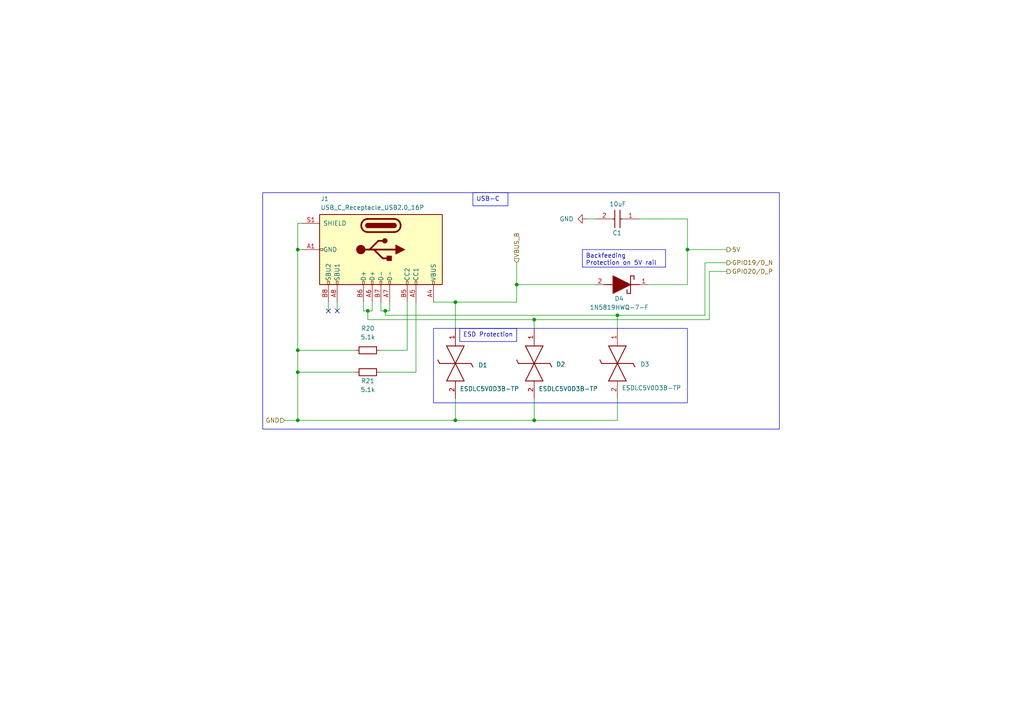
<source format=kicad_sch>
(kicad_sch (version 20250114) (generator "eeschema") (generator_version "9.0")
  (paper "A4")
  (lib_symbols
    (symbol "Connector:USB_C_Receptacle_USB2.0_16P" (pin_names (offset 1.016))
      (property "Reference" "J" (at 0 22.225 0))
      (property "Value" "USB_C_Receptacle_USB2.0_16P" (at 0 19.685 0))
      (symbol "USB_C_Receptacle_USB2.0_16P_0_0"
        (rectangle (start -0.254 -17.78) (end 0.254 -16.764))
        (rectangle (start 10.16 15.494) (end 9.144 14.986))
        (rectangle (start 10.16 10.414) (end 9.144 9.906))
        (rectangle (start 10.16 7.874) (end 9.144 7.366))
        (rectangle (start 10.16 2.794) (end 9.144 2.286))
        (rectangle (start 10.16 0.254) (end 9.144 -0.254))
        (rectangle (start 10.16 -2.286) (end 9.144 -2.794))
        (rectangle (start 10.16 -4.826) (end 9.144 -5.334))
        (rectangle (start 10.16 -12.446) (end 9.144 -12.954))
        (rectangle (start 10.16 -14.986) (end 9.144 -15.494))
      )
      (symbol "USB_C_Receptacle_USB2.0_16P_0_1"
        (rectangle (start -10.16 17.78) (end 10.16 -17.78) (stroke (width 0.254)) (fill (type background)))
        (polyline (pts (xy -8.89 -3.81) (xy -8.89 3.81)) (stroke (width 0.508)))
        (rectangle (start -7.62 -3.81) (end -6.35 3.81) (stroke (width 0.254)) (fill (type outline)))
        (arc (start -7.62 3.81) (mid -6.985 4.4423) (end -6.35 3.81) (stroke (width 0.254)))
        (arc (start -7.62 3.81) (mid -6.985 4.4423) (end -6.35 3.81) (stroke (width 0.254)) (fill (type outline)))
        (arc (start -8.89 3.81) (mid -6.985 5.7067) (end -5.08 3.81) (stroke (width 0.508)))
        (arc (start -5.08 -3.81) (mid -6.985 -5.7067) (end -8.89 -3.81) (stroke (width 0.508)))
        (arc (start -6.35 -3.81) (mid -6.985 -4.4423) (end -7.62 -3.81) (stroke (width 0.254)))
        (arc (start -6.35 -3.81) (mid -6.985 -4.4423) (end -7.62 -3.81) (stroke (width 0.254)) (fill (type outline)))
        (polyline (pts (xy -5.08 3.81) (xy -5.08 -3.81)) (stroke (width 0.508)))
        (circle (center -2.54 1.143) (radius 0.635) (stroke (width 0.254)) (fill (type outline)))
        (polyline (pts (xy -1.27 4.318) (xy 0 6.858) (xy 1.27 4.318) (xy -1.27 4.318)) (stroke (width 0.254)) (fill (type outline)))
        (polyline (pts (xy 0 -2.032) (xy 2.54 0.508) (xy 2.54 1.778)) (stroke (width 0.508)))
        (polyline (pts (xy 0 -3.302) (xy -2.54 -0.762) (xy -2.54 0.508)) (stroke (width 0.508)))
        (polyline (pts (xy 0 -5.842) (xy 0 4.318)) (stroke (width 0.508)))
        (circle (center 0 -5.842) (radius 1.27) (fill (type outline)))
        (rectangle (start 1.905 1.778) (end 3.175 3.048) (stroke (width 0.254)) (fill (type outline)))
      )
      (symbol "USB_C_Receptacle_USB2.0_16P_1_1"
        (pin passive line (at -7.62 -22.86 90) (length 5.08) (name "SHIELD") (number "S1"))
        (pin passive line (at 0 -22.86 90) (length 5.08) (name "GND") (number "A1"))
        (pin passive line (at 0 -22.86 90) (length 5.08) (hide yes) (name "GND") (number "A12"))
        (pin passive line (at 0 -22.86 90) (length 5.08) (hide yes) (name "GND") (number "B1"))
        (pin passive line (at 0 -22.86 90) (length 5.08) (hide yes) (name "GND") (number "B12"))
        (pin passive line (at 15.24 15.24 180) (length 5.08) (name "VBUS") (number "A4"))
        (pin passive line (at 15.24 15.24 180) (length 5.08) (hide yes) (name "VBUS") (number "A9"))
        (pin passive line (at 15.24 15.24 180) (length 5.08) (hide yes) (name "VBUS") (number "B4"))
        (pin passive line (at 15.24 15.24 180) (length 5.08) (hide yes) (name "VBUS") (number "B9"))
        (pin bidirectional line (at 15.24 10.16 180) (length 5.08) (name "CC1") (number "A5"))
        (pin bidirectional line (at 15.24 7.62 180) (length 5.08) (name "CC2") (number "B5"))
        (pin bidirectional line (at 15.24 2.54 180) (length 5.08) (name "D-") (number "A7"))
        (pin bidirectional line (at 15.24 0 180) (length 5.08) (name "D-") (number "B7"))
        (pin bidirectional line (at 15.24 -2.54 180) (length 5.08) (name "D+") (number "A6"))
        (pin bidirectional line (at 15.24 -5.08 180) (length 5.08) (name "D+") (number "B6"))
        (pin bidirectional line (at 15.24 -12.7 180) (length 5.08) (name "SBU1") (number "A8"))
        (pin bidirectional line (at 15.24 -15.24 180) (length 5.08) (name "SBU2") (number "B8"))
      )
    )
    (symbol "Device:R" (pin_numbers (hide yes)) (pin_names (offset 0))
      (property "Reference" "R" (at 2.032 0 90))
      (property "Value" "R" (at 0 0 90))
      (symbol "R_0_1"
        (rectangle (start -1.016 -2.54) (end 1.016 2.54) (stroke (width 0.254)))
      )
      (symbol "R_1_1"
        (pin passive line (at 0 3.81 270) (length 1.27) (name "~") (number "1"))
        (pin passive line (at 0 -3.81 90) (length 1.27) (name "~") (number "2"))
      )
    )
    (symbol "SamacSys_Parts:1N5819HWQ-7-F" (pin_names (hide yes))
      (property "Reference" "D" (at 12.7 8.89 0))
      (property "Value" "1N5819HWQ-7-F" (at 12.7 6.35 0))
      (symbol "1N5819HWQ-7-F_1_1"
        (polyline (pts (xy 5.08 0) (xy 7.62 0)) (stroke (width 0.254)))
        (polyline (pts (xy 6.604 -1.524) (xy 6.604 -2.54)) (stroke (width 0.254)))
        (polyline (pts (xy 7.62 2.54) (xy 7.62 -2.54)) (stroke (width 0.254)))
        (polyline (pts (xy 7.62 2.54) (xy 8.636 2.54)) (stroke (width 0.254)))
        (polyline (pts (xy 7.62 0) (xy 12.7 2.54) (xy 12.7 -2.54) (xy 7.62 0)) (stroke (width 0.254)) (fill (type outline)))
        (polyline (pts (xy 7.62 -2.54) (xy 6.604 -2.54)) (stroke (width 0.254)))
        (polyline (pts (xy 8.636 1.524) (xy 8.636 2.54)) (stroke (width 0.254)))
        (polyline (pts (xy 12.7 0) (xy 15.24 0)) (stroke (width 0.254)))
        (pin passive line (at 2.54 0 0) (length 2.54) (name "K") (number "1"))
        (pin passive line (at 17.78 0 180) (length 2.54) (name "A") (number "2"))
      )
    )
    (symbol "SamacSys_Parts:CL21A106KAYNNNE" (pin_names (hide yes))
      (property "Reference" "C" (at 8.89 6.35 0))
      (property "Value" "CL21A106KAYNNNE" (at 8.89 3.81 0))
      (symbol "CL21A106KAYNNNE_1_1"
        (polyline (pts (xy 5.08 0) (xy 5.588 0)) (stroke (width 0.254)))
        (polyline (pts (xy 5.588 2.54) (xy 5.588 -2.54)) (stroke (width 0.254)))
        (polyline (pts (xy 7.112 2.54) (xy 7.112 -2.54)) (stroke (width 0.254)))
        (polyline (pts (xy 7.112 0) (xy 7.62 0)) (stroke (width 0.254)))
        (pin passive line (at 0 0 0) (length 5.08) (name "1") (number "1"))
        (pin passive line (at 12.7 0 180) (length 5.08) (name "2") (number "2"))
      )
    )
    (symbol "SamacSys_Parts:ESDLC5V0D3B-TP" (pin_names (hide yes))
      (property "Reference" "D" (at 15.24 8.89 0))
      (property "Value" "ESDLC5V0D3B-TP" (at 15.24 6.35 0))
      (symbol "ESDLC5V0D3B-TP_1_1"
        (polyline (pts (xy 5.08 2.54) (xy 5.08 -2.54)) (stroke (width 0.254)))
        (polyline (pts (xy 5.08 2.54) (xy 10.16 0)) (stroke (width 0.254)))
        (polyline (pts (xy 10.16 0) (xy 5.08 -2.54)) (stroke (width 0.254)))
        (polyline (pts (xy 10.16 0) (xy 15.24 -2.54)) (stroke (width 0.254)))
        (polyline (pts (xy 10.16 -4.572) (xy 9.144 -5.08)) (stroke (width 0.254)))
        (polyline (pts (xy 10.16 -4.572) (xy 10.16 4.572)) (stroke (width 0.254)))
        (polyline (pts (xy 11.176 5.08) (xy 10.16 4.572)) (stroke (width 0.254)))
        (polyline (pts (xy 15.24 2.54) (xy 10.16 0)) (stroke (width 0.254)))
        (polyline (pts (xy 15.24 2.54) (xy 15.24 -2.54)) (stroke (width 0.254)))
        (pin passive line (at 0 0 0) (length 5.08) (name "K1") (number "1"))
        (pin passive line (at 20.32 0 180) (length 5.08) (name "K2") (number "2"))
      )
    )
    (symbol "power:GND" (power) (pin_numbers (hide yes)) (pin_names (offset 0) (hide yes))
      (property "Value" "GND" (at 0 -3.81 0))
      (symbol "GND_0_1"
        (polyline (pts (xy 0 0) (xy 0 -1.27) (xy 1.27 -1.27) (xy 0 -2.54) (xy -1.27 -1.27) (xy 0 -1.27)))
      )
      (symbol "GND_1_1"
        (pin power_in line (at 0 0 270) (length 0) (name "~") (number "1"))
      )
    )
  )
  (rectangle (start 76.2 55.88) (end 226.06 124.46))
  (rectangle (start 125.73 95.25) (end 199.39 116.84))
  (text_box "ESD Protection" (at 133.35 95.25 0) (size 16.51 3.81) (margins 0.9525 0.9525 0.9525 0.9525) (effects (font (size 1.27 1.27)) (justify left top)))
  (text_box "USB-C\n" (at 137.16 55.88 0) (size 10.16 3.81) (margins 0.9525 0.9525 0.9525 0.9525) (effects (font (size 1.27 1.27)) (justify left top)))
  (text_box "Backfeeding Protection on 5V rail" (at 168.91 72.39 0) (size 24.13 5.08) (margins 0.9525 0.9525 0.9525 0.9525) (effects (font (size 1.27 1.27)) (justify left top)))
  (junction (at 86.36 121.92))
  (junction (at 132.08 87.63))
  (junction (at 111.76 90.17))
  (junction (at 154.94 121.92))
  (junction (at 86.36 107.95))
  (junction (at 149.86 82.55))
  (junction (at 132.08 121.92))
  (junction (at 86.36 72.39))
  (junction (at 179.07 91.44))
  (junction (at 86.36 101.6))
  (junction (at 154.94 92.71))
  (junction (at 199.39 72.39))
  (junction (at 106.68 90.17))
  (no_connect (at 95.25 90.17))
  (no_connect (at 97.79 90.17))
  (wire (pts (xy 86.36 107.95) (xy 102.87 107.95)))
  (wire (pts (xy 86.36 72.39) (xy 87.63 72.39)))
  (wire (pts (xy 120.65 87.63) (xy 120.65 107.95)))
  (wire (pts (xy 86.36 101.6) (xy 102.87 101.6)))
  (wire (pts (xy 111.76 90.17) (xy 113.03 90.17)))
  (wire (pts (xy 120.65 107.95) (xy 110.49 107.95)))
  (wire (pts (xy 118.11 87.63) (xy 118.11 101.6)))
  (wire (pts (xy 132.08 121.92) (xy 154.94 121.92)))
  (wire (pts (xy 107.95 87.63) (xy 107.95 90.17)))
  (wire (pts (xy 97.79 90.17) (xy 97.79 87.63)))
  (wire (pts (xy 179.07 91.44) (xy 204.47 91.44)))
  (wire (pts (xy 95.25 90.17) (xy 95.25 87.63)))
  (wire (pts (xy 149.86 82.55) (xy 172.72 82.55)))
  (wire (pts (xy 106.68 92.71) (xy 106.68 90.17)))
  (wire (pts (xy 199.39 72.39) (xy 199.39 82.55)))
  (wire (pts (xy 132.08 87.63) (xy 132.08 95.25)))
  (wire (pts (xy 87.63 64.77) (xy 86.36 64.77)))
  (wire (pts (xy 86.36 107.95) (xy 86.36 121.92)))
  (wire (pts (xy 154.94 115.57) (xy 154.94 121.92)))
  (wire (pts (xy 187.96 82.55) (xy 199.39 82.55)))
  (wire (pts (xy 154.94 121.92) (xy 179.07 121.92)))
  (wire (pts (xy 205.74 78.74) (xy 205.74 92.71)))
  (wire (pts (xy 86.36 101.6) (xy 86.36 107.95)))
  (wire (pts (xy 106.68 90.17) (xy 107.95 90.17)))
  (wire (pts (xy 110.49 87.63) (xy 110.49 90.17)))
  (wire (pts (xy 110.49 90.17) (xy 111.76 90.17)))
  (wire (pts (xy 149.86 76.2) (xy 149.86 82.55)))
  (wire (pts (xy 210.82 78.74) (xy 205.74 78.74)))
  (wire (pts (xy 204.47 76.2) (xy 204.47 91.44)))
  (wire (pts (xy 154.94 92.71) (xy 106.68 92.71)))
  (wire (pts (xy 179.07 115.57) (xy 179.07 121.92)))
  (wire (pts (xy 149.86 82.55) (xy 149.86 87.63)))
  (wire (pts (xy 86.36 72.39) (xy 86.36 101.6)))
  (wire (pts (xy 86.36 121.92) (xy 132.08 121.92)))
  (wire (pts (xy 199.39 63.5) (xy 199.39 72.39)))
  (wire (pts (xy 185.42 63.5) (xy 199.39 63.5)))
  (wire (pts (xy 118.11 101.6) (xy 110.49 101.6)))
  (wire (pts (xy 125.73 87.63) (xy 132.08 87.63)))
  (wire (pts (xy 105.41 90.17) (xy 106.68 90.17)))
  (wire (pts (xy 86.36 64.77) (xy 86.36 72.39)))
  (wire (pts (xy 111.76 90.17) (xy 111.76 91.44)))
  (wire (pts (xy 132.08 87.63) (xy 149.86 87.63)))
  (wire (pts (xy 132.08 115.57) (xy 132.08 121.92)))
  (wire (pts (xy 179.07 91.44) (xy 111.76 91.44)))
  (wire (pts (xy 86.36 121.92) (xy 82.55 121.92)))
  (wire (pts (xy 105.41 87.63) (xy 105.41 90.17)))
  (wire (pts (xy 154.94 92.71) (xy 205.74 92.71)))
  (wire (pts (xy 154.94 95.25) (xy 154.94 92.71)))
  (wire (pts (xy 113.03 87.63) (xy 113.03 90.17)))
  (wire (pts (xy 210.82 76.2) (xy 204.47 76.2)))
  (wire (pts (xy 210.82 72.39) (xy 199.39 72.39)))
  (wire (pts (xy 179.07 95.25) (xy 179.07 91.44)))
  (wire (pts (xy 170.18 63.5) (xy 172.72 63.5)))
  (hierarchical_label "GPIO19{slash}D_N" (shape output) (at 210.82 76.2 0))
  (hierarchical_label "GPIO20{slash}D_P" (shape output) (at 210.82 78.74 0))
  (hierarchical_label "GND" (shape input) (at 82.55 121.92 180))
  (hierarchical_label "5V" (shape output) (at 210.82 72.39 0))
  (hierarchical_label "VBUS_B" (shape input) (at 149.86 76.2 90))
  (symbol (lib_id "SamacSys_Parts:ESDLC5V0D3B-TP") (at 154.94 95.25 270) (unit 1)
    (property "Reference" "D2" (at 161.29 105.664 90) (effects (justify left)))
    (property "Value" "ESDLC5V0D3B-TP" (at 156.21 112.776 90) (effects (justify left)))
    (property "Footprint" "SOD2512X115N" (effects (hide yes)))
    (property "Datasheet" "https://www.mccsemi.com/pdf/Products/ESDLC3V3D3B~ESDLC12VD3B(SOD-323).pdf" (effects (hide yes)))
    (property "Description" "ESD Protection Devices" (effects (hide yes)))
    (property "Height" "1.15" (effects (hide yes)))
    (property "Manufacturer_Name" "MCC" (effects (hide yes)))
    (property "Manufacturer_Part_Number" "ESDLC5V0D3B-TP" (effects (hide yes)))
  )
  (symbol (lib_id "Connector:USB_C_Receptacle_USB2.0_16P") (at 110.49 72.39 270) (unit 1)
    (property "Reference" "J1" (at 92.964 57.658 90) (effects (justify left)))
    (property "Value" "USB_C_Receptacle_USB2.0_16P" (at 92.964 60.198 90) (effects (justify left)))
    (property "Datasheet" "https://www.usb.org/sites/default/files/documents/usb_type-c.zip" (effects (hide yes)))
    (property "Description" "USB 2.0-only 16P Type-C Receptacle connector" (effects (hide yes)))
  )
  (symbol (lib_id "SamacSys_Parts:1N5819HWQ-7-F") (at 190.5 82.55 180) (unit 1)
    (property "Reference" "D4" (at 179.578 86.614 0))
    (property "Value" "1N5819HWQ-7-F" (at 179.578 89.154 0))
    (property "Footprint" "SOD3716X145N" (effects (hide yes)))
    (property "Datasheet" "https://www.diodes.com//assets/Datasheets/1N5819HW.pdf" (effects (hide yes)))
    (property "Description" "Schottky Diode 40 V 1A Surface Mount SOD-123" (effects (hide yes)))
    (property "Height" "1.45" (effects (hide yes)))
    (property "Manufacturer_Name" "Diodes Incorporated" (effects (hide yes)))
    (property "Manufacturer_Part_Number" "1N5819HWQ-7-F" (effects (hide yes)))
    (property "Mouser Part Number" "621-1N5819HWQ-7-F" (effects (hide yes)))
    (property "Mouser Price/Stock" "https://www.mouser.co.uk/ProductDetail/Diodes-Incorporated/1N5819HWQ-7-F?qs=gZXFycFWdAPDr8BmsK1ygg%3D%3D" (effects (hide yes)))
    (property "Arrow Part Number" "1N5819HWQ-7-F" (effects (hide yes)))
    (property "Arrow Price/Stock" "https://www.arrow.com/en/products/1n5819hwq-7-f/diodes-incorporated?utm_currency=USD&region=europe" (effects (hide yes)))
  )
  (symbol (lib_id "power:GND") (at 170.18 63.5 270) (unit 1)
    (property "Reference" "#PWR043" (effects (hide yes)))
    (property "Value" "GND" (at 166.37 63.4999 90) (effects (justify right)))
    (property "Description" "Power symbol creates a global label with name \"GND\" , ground" (effects (hide yes)))
  )
  (symbol (lib_id "SamacSys_Parts:ESDLC5V0D3B-TP") (at 132.08 95.25 270) (unit 1)
    (property "Reference" "D1" (at 138.684 105.918 90) (effects (justify left)))
    (property "Value" "ESDLC5V0D3B-TP" (at 133.35 112.776 90) (effects (justify left)))
    (property "Footprint" "SOD2512X115N" (effects (hide yes)))
    (property "Datasheet" "https://www.mccsemi.com/pdf/Products/ESDLC3V3D3B~ESDLC12VD3B(SOD-323).pdf" (effects (hide yes)))
    (property "Description" "ESD Protection Devices" (effects (hide yes)))
    (property "Height" "1.15" (effects (hide yes)))
    (property "Manufacturer_Name" "MCC" (effects (hide yes)))
    (property "Manufacturer_Part_Number" "ESDLC5V0D3B-TP" (effects (hide yes)))
  )
  (symbol (lib_id "Device:R") (at 106.68 101.6 90) (unit 1)
    (property "Reference" "R20" (at 106.68 95.25 90))
    (property "Value" "5.1k" (at 106.68 97.79 90))
    (property "Description" "Resistor" (effects (hide yes)))
  )
  (symbol (lib_id "Device:R") (at 106.68 107.95 90) (unit 1)
    (property "Reference" "R21" (at 106.68 110.49 90))
    (property "Value" "5.1k" (at 106.68 113.03 90))
    (property "Description" "Resistor" (effects (hide yes)))
  )
  (symbol (lib_id "SamacSys_Parts:ESDLC5V0D3B-TP") (at 179.07 95.25 270) (unit 1)
    (property "Reference" "D3" (at 185.674 105.664 90) (effects (justify left)))
    (property "Value" "ESDLC5V0D3B-TP" (at 180.34 112.522 90) (effects (justify left)))
    (property "Footprint" "SOD2512X115N" (effects (hide yes)))
    (property "Datasheet" "https://www.mccsemi.com/pdf/Products/ESDLC3V3D3B~ESDLC12VD3B(SOD-323).pdf" (effects (hide yes)))
    (property "Description" "ESD Protection Devices" (effects (hide yes)))
    (property "Height" "1.15" (effects (hide yes)))
    (property "Manufacturer_Name" "MCC" (effects (hide yes)))
    (property "Manufacturer_Part_Number" "ESDLC5V0D3B-TP" (effects (hide yes)))
  )
  (symbol (lib_id "SamacSys_Parts:CL21A106KAYNNNE") (at 185.42 63.5 180) (unit 1)
    (property "Reference" "C1" (at 180.34 67.564 0) (effects (justify left)))
    (property "Value" "10uF" (at 181.61 59.182 0) (effects (justify left)))
    (property "Footprint" "CAPC2012X145N" (effects (hide yes)))
    (property "Datasheet" "https://datasheet.datasheetarchive.com/originals/distributors/Datasheets_SAMA/6a45835c9b7400e9b49c55c38a8ff4a2.pdf" (effects (hide yes)))
    (property "Description" "Samsung" (effects (hide yes)))
    (property "Height" "1.45" (effects (hide yes)))
    (property "Manufacturer_Name" "SAMSUNG" (effects (hide yes)))
    (property "Manufacturer_Part_Number" "CL21A106KAYNNNE" (effects (hide yes)))
    (property "Mouser Part Number" "187-CL21A106KAYNNNE" (effects (hide yes)))
    (property "Mouser Price/Stock" "https://www.mouser.co.uk/ProductDetail/Samsung-Electro-Mechanics/CL21A106KAYNNNE?qs=yOVawPpwOwmTXAd4dJtNjA%3D%3D" (effects (hide yes)))
    (property "Arrow Part Number" "CL21A106KAYNNNE" (effects (hide yes)))
    (property "Arrow Price/Stock" "https://www.arrow.com/en/products/cl21a106kaynnne/samsung-electro-mechanics?utm_currency=USD&region=nac" (effects (hide yes)))
  )
)
</source>
